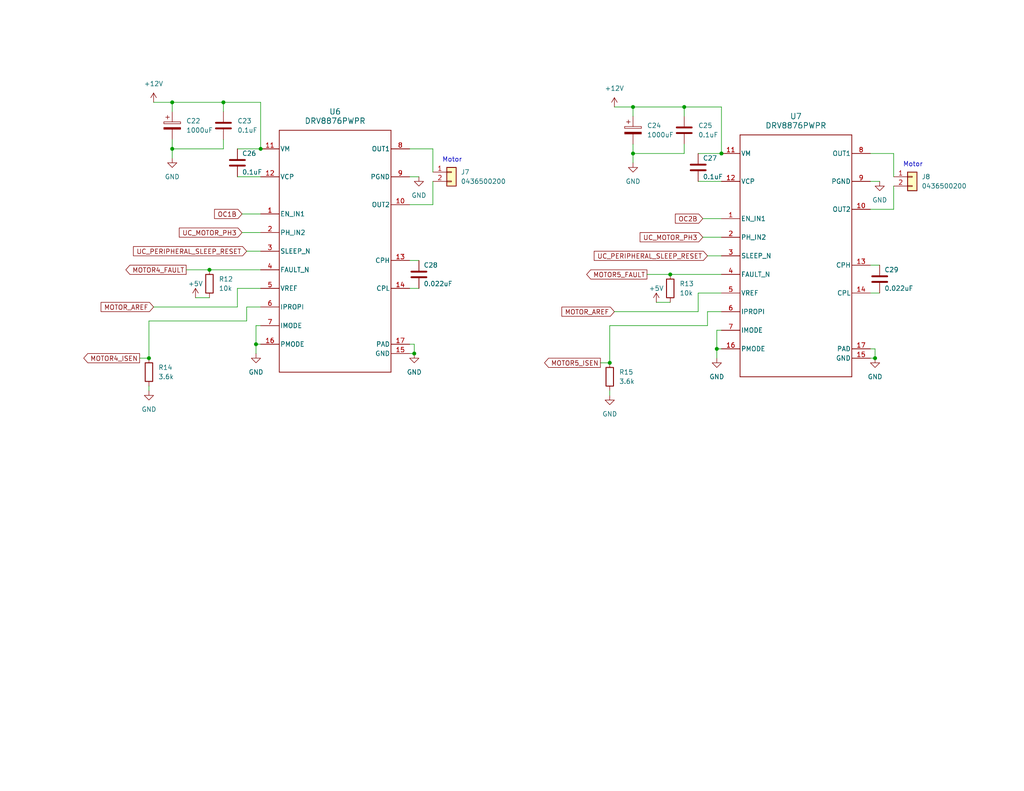
<source format=kicad_sch>
(kicad_sch (version 20230121) (generator eeschema)
  (paper "USLetter")
  (title_block (title "Motor Drivers (2/2)") (date "2024-01-24") (company "COEN 490 Team 15"))
  (lib_symbols
    (symbol "Connector_Generic:Conn_01x02" (pin_names (offset 1.016) hide)
      (property "Reference" "J" (at 0 2.54 0))
      (property "Value" "Conn_01x02" (at 0 -5.08 0))
      (symbol "Conn_01x02_1_1"
        (rectangle (start -1.27 -2.413) (end 0 -2.667) (stroke (width 0.1524)))
        (rectangle (start -1.27 0.127) (end 0 -0.127) (stroke (width 0.1524)))
        (rectangle (start -1.27 1.27) (end 1.27 -3.81) (stroke (width 0.254)) (fill (type background)))
        (pin passive line (at -5.08 0 0) (length 3.81) (name "Pin_1") (number "1"))
        (pin passive line (at -5.08 -2.54 0) (length 3.81) (name "Pin_2") (number "2"))
      )
    )
    (symbol "Device:C" (pin_numbers hide) (pin_names (offset 0.254))
      (property "Reference" "C" (at 0.635 2.54 0))
      (property "Value" "C" (at 0.635 -2.54 0))
      (symbol "C_0_1"
        (polyline (pts (xy -2.032 -0.762) (xy 2.032 -0.762)) (stroke (width 0.508)))
        (polyline (pts (xy -2.032 0.762) (xy 2.032 0.762)) (stroke (width 0.508)))
      )
      (symbol "C_1_1"
        (pin passive line (at 0 3.81 270) (length 2.794) (name "~") (number "1"))
        (pin passive line (at 0 -3.81 90) (length 2.794) (name "~") (number "2"))
      )
    )
    (symbol "Device:C_Polarized" (pin_numbers hide) (pin_names (offset 0.254))
      (property "Reference" "C" (at 0.635 2.54 0))
      (property "Value" "C_Polarized" (at 0.635 -2.54 0))
      (symbol "C_Polarized_0_1"
        (rectangle (start -2.286 0.508) (end 2.286 1.016))
        (polyline (pts (xy -1.778 2.286) (xy -0.762 2.286)))
        (polyline (pts (xy -1.27 2.794) (xy -1.27 1.778)))
        (rectangle (start 2.286 -0.508) (end -2.286 -1.016) (fill (type outline)))
      )
      (symbol "C_Polarized_1_1"
        (pin passive line (at 0 3.81 270) (length 2.794) (name "~") (number "1"))
        (pin passive line (at 0 -3.81 90) (length 2.794) (name "~") (number "2"))
      )
    )
    (symbol "Device:R" (pin_numbers hide) (pin_names (offset 0))
      (property "Reference" "R" (at 2.032 0 90))
      (property "Value" "R" (at 0 0 90))
      (symbol "R_0_1"
        (rectangle (start -1.016 -2.54) (end 1.016 2.54) (stroke (width 0.254)))
      )
      (symbol "R_1_1"
        (pin passive line (at 0 3.81 270) (length 1.27) (name "~") (number "1"))
        (pin passive line (at 0 -3.81 90) (length 1.27) (name "~") (number "2"))
      )
    )
    (symbol "Glove_Symbols:DRV8876PWPR" (pin_names (offset 0.254))
      (property "Reference" "U" (at 0 2.54 0))
      (property "Value" "DRV8876PWPR" (at 0 0 0))
      (symbol "DRV8876PWPR_0_1"
        (polyline (pts (xy -15.24 -33.02) (xy 15.24 -33.02)) (stroke (width 0.2032)))
        (polyline (pts (xy -15.24 33.02) (xy -15.24 -33.02)) (stroke (width 0.2032)))
        (polyline (pts (xy 15.24 -33.02) (xy 15.24 33.02)) (stroke (width 0.2032)))
        (polyline (pts (xy 15.24 33.02) (xy -15.24 33.02)) (stroke (width 0.2032)))
        (pin input line (at -20.32 10.16 0) (length 5.08) (name "EN_IN1") (number "1"))
        (pin output line (at 20.32 12.7 180) (length 5.08) (name "OUT2") (number "10"))
        (pin power_in line (at -20.32 27.94 0) (length 5.08) (name "VM") (number "11"))
        (pin power_in line (at -20.32 20.32 0) (length 5.08) (name "VCP") (number "12"))
        (pin power_in line (at 20.32 -2.54 180) (length 5.08) (name "CPH") (number "13"))
        (pin power_in line (at 20.32 -10.16 180) (length 5.08) (name "CPL") (number "14"))
        (pin power_in line (at 20.32 -27.94 180) (length 5.08) (name "GND") (number "15"))
        (pin input line (at -20.32 -25.4 0) (length 5.08) (name "PMODE") (number "16"))
        (pin power_in line (at 20.32 -25.4 180) (length 5.08) (name "PAD") (number "17"))
        (pin input line (at -20.32 5.08 0) (length 5.08) (name "PH_IN2") (number "2"))
        (pin input line (at -20.32 0 0) (length 5.08) (name "SLEEP_N") (number "3"))
        (pin open_collector line (at -20.32 -5.08 0) (length 5.08) (name "FAULT_N") (number "4"))
        (pin power_in line (at -20.32 -10.16 0) (length 5.08) (name "VREF") (number "5"))
        (pin output line (at -20.32 -15.24 0) (length 5.08) (name "IPROPI") (number "6"))
        (pin input line (at -20.32 -20.32 0) (length 5.08) (name "IMODE") (number "7"))
        (pin output line (at 20.32 27.94 180) (length 5.08) (name "OUT1") (number "8"))
        (pin power_in line (at 20.32 20.32 180) (length 5.08) (name "PGND") (number "9"))
      )
    )
    (symbol "power:+12V" (power) (pin_names (offset 0))
      (property "Value" "+12V" (at 0 3.556 0))
      (symbol "+12V_0_1"
        (polyline (pts (xy -0.762 1.27) (xy 0 2.54)))
        (polyline (pts (xy 0 0) (xy 0 2.54)))
        (polyline (pts (xy 0 2.54) (xy 0.762 1.27)))
      )
      (symbol "+12V_1_1"
        (pin power_in line (at 0 0 90) (length 0) hide (name "+12V") (number "1"))
      )
    )
    (symbol "power:+5V" (power) (pin_names (offset 0))
      (property "Value" "+5V" (at 0 3.556 0))
      (symbol "+5V_0_1"
        (polyline (pts (xy -0.762 1.27) (xy 0 2.54)))
        (polyline (pts (xy 0 0) (xy 0 2.54)))
        (polyline (pts (xy 0 2.54) (xy 0.762 1.27)))
      )
      (symbol "+5V_1_1"
        (pin power_in line (at 0 0 90) (length 0) hide (name "+5V") (number "1"))
      )
    )
    (symbol "power:GND" (power) (pin_names (offset 0))
      (property "Value" "GND" (at 0 -3.81 0))
      (symbol "GND_0_1"
        (polyline (pts (xy 0 0) (xy 0 -1.27) (xy 1.27 -1.27) (xy 0 -2.54) (xy -1.27 -1.27) (xy 0 -1.27)))
      )
      (symbol "GND_1_1"
        (pin power_in line (at 0 0 270) (length 0) hide (name "GND") (number "1"))
      )
    )
  )
  (junction (at 196.85 41.91))
  (junction (at 238.76 97.79))
  (junction (at 60.96 27.94))
  (junction (at 172.72 41.91))
  (junction (at 195.58 95.25))
  (junction (at 113.03 96.52))
  (junction (at 166.37 99.06))
  (junction (at 69.85 93.98))
  (junction (at 71.12 40.64))
  (junction (at 40.64 97.79))
  (junction (at 46.99 27.94))
  (junction (at 46.99 40.64))
  (junction (at 172.72 29.21))
  (junction (at 57.15 73.66))
  (junction (at 182.88 74.93))
  (junction (at 186.69 29.21))
  (wire (pts (xy 166.37 88.9) (xy 166.37 99.06)))
  (wire (pts (xy 46.99 40.64) (xy 60.96 40.64)))
  (wire (pts (xy 46.99 40.64) (xy 46.99 43.18)))
  (wire (pts (xy 60.96 38.1) (xy 60.96 40.64)))
  (wire (pts (xy 111.76 55.88) (xy 118.11 55.88)))
  (wire (pts (xy 118.11 40.64) (xy 118.11 46.99)))
  (wire (pts (xy 111.76 71.12) (xy 114.3 71.12)))
  (wire (pts (xy 71.12 27.94) (xy 71.12 40.64)))
  (wire (pts (xy 193.04 85.09) (xy 193.04 88.9)))
  (wire (pts (xy 196.85 80.01) (xy 190.5 80.01)))
  (wire (pts (xy 196.85 85.09) (xy 193.04 85.09)))
  (wire (pts (xy 191.77 64.77) (xy 196.85 64.77)))
  (wire (pts (xy 50.8 73.66) (xy 57.15 73.66)))
  (wire (pts (xy 67.31 83.82) (xy 67.31 87.63)))
  (wire (pts (xy 71.12 83.82) (xy 67.31 83.82)))
  (wire (pts (xy 111.76 93.98) (xy 113.03 93.98)))
  (wire (pts (xy 64.77 48.26) (xy 71.12 48.26)))
  (wire (pts (xy 71.12 78.74) (xy 64.77 78.74)))
  (wire (pts (xy 64.77 40.64) (xy 71.12 40.64)))
  (wire (pts (xy 41.91 83.82) (xy 64.77 83.82)))
  (wire (pts (xy 111.76 78.74) (xy 114.3 78.74)))
  (wire (pts (xy 57.15 73.66) (xy 71.12 73.66)))
  (wire (pts (xy 40.64 87.63) (xy 40.64 97.79)))
  (wire (pts (xy 172.72 41.91) (xy 172.72 44.45)))
  (wire (pts (xy 167.64 85.09) (xy 190.5 85.09)))
  (wire (pts (xy 167.64 29.21) (xy 172.72 29.21)))
  (wire (pts (xy 190.5 41.91) (xy 196.85 41.91)))
  (wire (pts (xy 118.11 55.88) (xy 118.11 49.53)))
  (wire (pts (xy 195.58 95.25) (xy 195.58 90.17)))
  (wire (pts (xy 195.58 95.25) (xy 196.85 95.25)))
  (wire (pts (xy 237.49 49.53) (xy 240.03 49.53)))
  (wire (pts (xy 172.72 29.21) (xy 186.69 29.21)))
  (wire (pts (xy 191.77 59.69) (xy 196.85 59.69)))
  (wire (pts (xy 186.69 39.37) (xy 186.69 41.91)))
  (wire (pts (xy 237.49 97.79) (xy 238.76 97.79)))
  (wire (pts (xy 69.85 96.52) (xy 69.85 93.98)))
  (wire (pts (xy 237.49 95.25) (xy 238.76 95.25)))
  (wire (pts (xy 186.69 31.75) (xy 186.69 29.21)))
  (wire (pts (xy 46.99 27.94) (xy 60.96 27.94)))
  (wire (pts (xy 193.04 69.85) (xy 196.85 69.85)))
  (wire (pts (xy 67.31 87.63) (xy 40.64 87.63)))
  (wire (pts (xy 172.72 39.37) (xy 172.72 41.91)))
  (wire (pts (xy 66.04 58.42) (xy 71.12 58.42)))
  (wire (pts (xy 238.76 95.25) (xy 238.76 97.79)))
  (wire (pts (xy 243.84 57.15) (xy 243.84 50.8)))
  (wire (pts (xy 193.04 88.9) (xy 166.37 88.9)))
  (wire (pts (xy 64.77 78.74) (xy 64.77 83.82)))
  (wire (pts (xy 172.72 41.91) (xy 186.69 41.91)))
  (wire (pts (xy 53.34 81.28) (xy 57.15 81.28)))
  (wire (pts (xy 195.58 90.17) (xy 196.85 90.17)))
  (wire (pts (xy 166.37 106.68) (xy 166.37 107.95)))
  (wire (pts (xy 38.1 97.79) (xy 40.64 97.79)))
  (wire (pts (xy 40.64 105.41) (xy 40.64 106.68)))
  (wire (pts (xy 243.84 41.91) (xy 243.84 48.26)))
  (wire (pts (xy 190.5 49.53) (xy 196.85 49.53)))
  (wire (pts (xy 237.49 72.39) (xy 240.03 72.39)))
  (wire (pts (xy 196.85 29.21) (xy 196.85 41.91)))
  (wire (pts (xy 176.53 74.93) (xy 182.88 74.93)))
  (wire (pts (xy 113.03 93.98) (xy 113.03 96.52)))
  (wire (pts (xy 163.83 99.06) (xy 166.37 99.06)))
  (wire (pts (xy 179.07 82.55) (xy 182.88 82.55)))
  (wire (pts (xy 111.76 96.52) (xy 113.03 96.52)))
  (wire (pts (xy 46.99 27.94) (xy 46.99 30.48)))
  (wire (pts (xy 111.76 40.64) (xy 118.11 40.64)))
  (wire (pts (xy 60.96 30.48) (xy 60.96 27.94)))
  (wire (pts (xy 66.04 63.5) (xy 71.12 63.5)))
  (wire (pts (xy 190.5 80.01) (xy 190.5 85.09)))
  (wire (pts (xy 182.88 74.93) (xy 196.85 74.93)))
  (wire (pts (xy 69.85 88.9) (xy 71.12 88.9)))
  (wire (pts (xy 237.49 80.01) (xy 240.03 80.01)))
  (wire (pts (xy 237.49 57.15) (xy 243.84 57.15)))
  (wire (pts (xy 237.49 41.91) (xy 243.84 41.91)))
  (wire (pts (xy 69.85 93.98) (xy 71.12 93.98)))
  (wire (pts (xy 41.91 27.94) (xy 46.99 27.94)))
  (wire (pts (xy 195.58 97.79) (xy 195.58 95.25)))
  (wire (pts (xy 46.99 38.1) (xy 46.99 40.64)))
  (wire (pts (xy 71.12 27.94) (xy 60.96 27.94)))
  (wire (pts (xy 111.76 48.26) (xy 114.3 48.26)))
  (wire (pts (xy 69.85 93.98) (xy 69.85 88.9)))
  (wire (pts (xy 172.72 29.21) (xy 172.72 31.75)))
  (wire (pts (xy 67.31 68.58) (xy 71.12 68.58)))
  (wire (pts (xy 196.85 29.21) (xy 186.69 29.21)))
  (text "Motor" (at 246.38 45.72 0) (effects (font (size 1.27 1.27)) (justify left bottom)))
  (text "Motor" (at 120.65 44.45 0) (effects (font (size 1.27 1.27)) (justify left bottom)))
  (global_label "MOTOR4_FAULT" (shape output) (at 50.8 73.66 180) (property "Intersheetrefs" "${INTERSHEET_REFS}" (effects hide)))
  (global_label "MOTOR_AREF" (shape input) (at 41.91 83.82 180) (property "Intersheetrefs" "${INTERSHEET_REFS}" (effects hide)))
  (global_label "UC_PERIPHERAL_SLEEP_RESET" (shape input) (at 67.31 68.58 180) (property "Intersheetrefs" "${INTERSHEET_REFS}" (effects hide)))
  (global_label "UC_PERIPHERAL_SLEEP_RESET" (shape input) (at 193.04 69.85 180) (property "Intersheetrefs" "${INTERSHEET_REFS}" (effects hide)))
  (global_label "UC_MOTOR_PH3" (shape input) (at 66.04 63.5 180) (property "Intersheetrefs" "${INTERSHEET_REFS}" (effects hide)))
  (global_label "MOTOR_AREF" (shape input) (at 167.64 85.09 180) (property "Intersheetrefs" "${INTERSHEET_REFS}" (effects hide)))
  (global_label "MOTOR5_ISEN" (shape output) (at 163.83 99.06 180) (property "Intersheetrefs" "${INTERSHEET_REFS}" (effects hide)))
  (global_label "MOTOR5_FAULT" (shape output) (at 176.53 74.93 180) (property "Intersheetrefs" "${INTERSHEET_REFS}" (effects hide)))
  (global_label "OC1B" (shape input) (at 66.04 58.42 180) (property "Intersheetrefs" "${INTERSHEET_REFS}" (effects hide)))
  (global_label "UC_MOTOR_PH3" (shape input) (at 191.77 64.77 180) (property "Intersheetrefs" "${INTERSHEET_REFS}" (effects hide)))
  (global_label "OC2B" (shape input) (at 191.77 59.69 180) (property "Intersheetrefs" "${INTERSHEET_REFS}" (effects hide)))
  (global_label "MOTOR4_ISEN" (shape output) (at 38.1 97.79 180) (property "Intersheetrefs" "${INTERSHEET_REFS}" (effects hide)))
  (symbol (lib_id "Connector_Generic:Conn_01x02") (at 248.92 48.26 0) (unit 1)
    (property "Reference" "J8" (at 251.46 48.26 0) (effects (justify left)))
    (property "Value" "0436500200" (at 251.46 50.8 0) (effects (justify left)))
    (property "Footprint" "Connector_Molex:Molex_Micro-Fit_3.0_43650-0215_1x02_P3.00mm_Vertical" (effects hide))
  )
  (symbol (lib_id "Connector_Generic:Conn_01x02") (at 123.19 46.99 0) (unit 1)
    (property "Reference" "J7" (at 125.73 46.99 0) (effects (justify left)))
    (property "Value" "0436500200" (at 125.73 49.53 0) (effects (justify left)))
    (property "Footprint" "Connector_Molex:Molex_Micro-Fit_3.0_43650-0215_1x02_P3.00mm_Vertical" (effects hide))
  )
  (symbol (lib_id "power:+12V") (at 167.64 29.21 0) (unit 1)
    (property "Reference" "#PWR039" (effects hide))
    (property "Value" "+12V" (at 167.64 24.13 0))
  )
  (symbol (lib_id "Glove_Symbols:DRV8876PWPR") (at 217.17 69.85 0) (unit 1)
    (property "Reference" "U7" (at 217.17 31.75 0) (effects (font (size 1.524 1.524))))
    (property "Value" "DRV8876PWPR" (at 217.17 34.29 0) (effects (font (size 1.524 1.524))))
    (property "Footprint" "Glove_Footprints:PWP0016J_N" (effects hide))
    (property "Datasheet" "DRV8876PWPR" (effects hide))
  )
  (symbol (lib_id "power:GND") (at 114.3 48.26 0) (unit 1)
    (property "Reference" "#PWR042" (effects hide))
    (property "Value" "GND" (at 114.3 53.34 0))
  )
  (symbol (lib_id "power:GND") (at 113.03 96.52 0) (unit 1)
    (property "Reference" "#PWR047" (effects hide))
    (property "Value" "GND" (at 113.03 101.6 0))
  )
  (symbol (lib_id "Device:C_Polarized") (at 46.99 34.29 0) (unit 1)
    (property "Reference" "C22" (at 50.8 33.02 0) (effects (justify left)))
    (property "Value" "1000uF" (at 50.8 35.56 0) (effects (justify left)))
    (property "Footprint" "Capacitor_THT:CP_Radial_D10.0mm_P5.00mm" (effects hide))
  )
  (symbol (lib_id "Device:C") (at 64.77 44.45 0) (unit 1)
    (property "Reference" "C26" (at 66.04 41.91 0) (effects (justify left)))
    (property "Value" "0.1uF" (at 66.04 46.99 0) (effects (justify left)))
    (property "Footprint" "Capacitor_SMD:C_0603_1608Metric_Pad1.08x0.95mm_HandSolder" (effects hide))
  )
  (symbol (lib_id "power:GND") (at 69.85 96.52 0) (unit 1)
    (property "Reference" "#PWR046" (effects hide))
    (property "Value" "GND" (at 69.85 101.6 0))
  )
  (symbol (lib_id "Device:R") (at 40.64 101.6 0) (unit 1)
    (property "Reference" "R14" (at 43.18 100.33 0) (effects (justify left)))
    (property "Value" "3.6k" (at 43.18 102.87 0) (effects (justify left)))
    (property "Footprint" "Resistor_SMD:R_0805_2012Metric_Pad1.20x1.40mm_HandSolder" (effects hide))
  )
  (symbol (lib_id "power:+5V") (at 179.07 82.55 0) (unit 1)
    (property "Reference" "#PWR045" (effects hide))
    (property "Value" "+5V" (at 179.07 78.74 0))
  )
  (symbol (lib_id "Device:C") (at 186.69 35.56 0) (unit 1)
    (property "Reference" "C25" (at 190.5 34.29 0) (effects (justify left)))
    (property "Value" "0.1uF" (at 190.5 36.83 0) (effects (justify left)))
    (property "Footprint" "Capacitor_SMD:C_0603_1608Metric_Pad1.08x0.95mm_HandSolder" (effects hide))
  )
  (symbol (lib_id "power:GND") (at 172.72 44.45 0) (unit 1)
    (property "Reference" "#PWR041" (effects hide))
    (property "Value" "GND" (at 172.72 49.53 0))
  )
  (symbol (lib_id "Device:C_Polarized") (at 172.72 35.56 0) (unit 1)
    (property "Reference" "C24" (at 176.53 34.29 0) (effects (justify left)))
    (property "Value" "1000uF" (at 176.53 36.83 0) (effects (justify left)))
    (property "Footprint" "Capacitor_THT:CP_Radial_D10.0mm_P5.00mm" (effects hide))
  )
  (symbol (lib_id "Device:C") (at 60.96 34.29 0) (unit 1)
    (property "Reference" "C23" (at 64.77 33.02 0) (effects (justify left)))
    (property "Value" "0.1uF" (at 64.77 35.56 0) (effects (justify left)))
    (property "Footprint" "Capacitor_SMD:C_0603_1608Metric_Pad1.08x0.95mm_HandSolder" (effects hide))
  )
  (symbol (lib_id "Device:R") (at 57.15 77.47 0) (unit 1)
    (property "Reference" "R12" (at 59.69 76.2 0) (effects (justify left)))
    (property "Value" "10k" (at 59.69 78.74 0) (effects (justify left)))
    (property "Footprint" "Resistor_SMD:R_0805_2012Metric_Pad1.20x1.40mm_HandSolder" (effects hide))
  )
  (symbol (lib_id "Device:R") (at 182.88 78.74 0) (unit 1)
    (property "Reference" "R13" (at 185.42 77.47 0) (effects (justify left)))
    (property "Value" "10k" (at 185.42 80.01 0) (effects (justify left)))
    (property "Footprint" "Resistor_SMD:R_0805_2012Metric_Pad1.20x1.40mm_HandSolder" (effects hide))
  )
  (symbol (lib_id "Device:R") (at 166.37 102.87 0) (unit 1)
    (property "Reference" "R15" (at 168.91 101.6 0) (effects (justify left)))
    (property "Value" "3.6k" (at 168.91 104.14 0) (effects (justify left)))
    (property "Footprint" "Resistor_SMD:R_0805_2012Metric_Pad1.20x1.40mm_HandSolder" (effects hide))
  )
  (symbol (lib_id "power:GND") (at 46.99 43.18 0) (unit 1)
    (property "Reference" "#PWR040" (effects hide))
    (property "Value" "GND" (at 46.99 48.26 0))
  )
  (symbol (lib_id "Device:C") (at 240.03 76.2 0) (unit 1)
    (property "Reference" "C29" (at 241.3 73.66 0) (effects (justify left)))
    (property "Value" "0.022uF" (at 241.3 78.74 0) (effects (justify left)))
    (property "Footprint" "Capacitor_SMD:C_0603_1608Metric_Pad1.08x0.95mm_HandSolder" (effects hide))
  )
  (symbol (lib_id "power:+5V") (at 53.34 81.28 0) (unit 1)
    (property "Reference" "#PWR044" (effects hide))
    (property "Value" "+5V" (at 53.34 77.47 0))
  )
  (symbol (lib_id "power:GND") (at 166.37 107.95 0) (unit 1)
    (property "Reference" "#PWR051" (effects hide))
    (property "Value" "GND" (at 166.37 113.03 0))
  )
  (symbol (lib_id "power:+12V") (at 41.91 27.94 0) (unit 1)
    (property "Reference" "#PWR038" (effects hide))
    (property "Value" "+12V" (at 41.91 22.86 0))
  )
  (symbol (lib_id "power:GND") (at 238.76 97.79 0) (unit 1)
    (property "Reference" "#PWR049" (effects hide))
    (property "Value" "GND" (at 238.76 102.87 0))
  )
  (symbol (lib_id "power:GND") (at 240.03 49.53 0) (unit 1)
    (property "Reference" "#PWR043" (effects hide))
    (property "Value" "GND" (at 240.03 54.61 0))
  )
  (symbol (lib_id "Device:C") (at 114.3 74.93 0) (unit 1)
    (property "Reference" "C28" (at 115.57 72.39 0) (effects (justify left)))
    (property "Value" "0.022uF" (at 115.57 77.47 0) (effects (justify left)))
    (property "Footprint" "Capacitor_SMD:C_0603_1608Metric_Pad1.08x0.95mm_HandSolder" (effects hide))
  )
  (symbol (lib_id "Device:C") (at 190.5 45.72 0) (unit 1)
    (property "Reference" "C27" (at 191.77 43.18 0) (effects (justify left)))
    (property "Value" "0.1uF" (at 191.77 48.26 0) (effects (justify left)))
    (property "Footprint" "Capacitor_SMD:C_0603_1608Metric_Pad1.08x0.95mm_HandSolder" (effects hide))
  )
  (symbol (lib_id "power:GND") (at 40.64 106.68 0) (unit 1)
    (property "Reference" "#PWR050" (effects hide))
    (property "Value" "GND" (at 40.64 111.76 0))
  )
  (symbol (lib_id "power:GND") (at 195.58 97.79 0) (unit 1)
    (property "Reference" "#PWR048" (effects hide))
    (property "Value" "GND" (at 195.58 102.87 0))
  )
  (symbol (lib_id "Glove_Symbols:DRV8876PWPR") (at 91.44 68.58 0) (unit 1)
    (property "Reference" "U6" (at 91.44 30.48 0) (effects (font (size 1.524 1.524))))
    (property "Value" "DRV8876PWPR" (at 91.44 33.02 0) (effects (font (size 1.524 1.524))))
    (property "Footprint" "Glove_Footprints:PWP0016J_N" (effects hide))
    (property "Datasheet" "DRV8876PWPR" (effects hide))
  )
)
</source>
